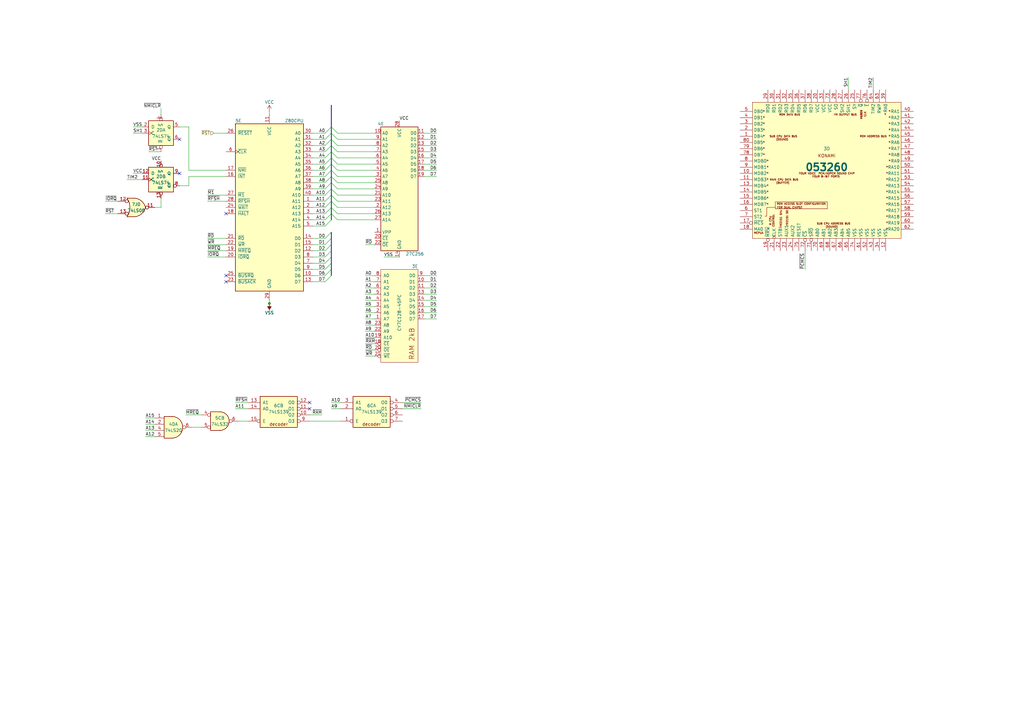
<source format=kicad_sch>
(kicad_sch (version 20231120) (generator "eeschema") (generator_version "8.0")
  (paper "A3")
  (title_block (date "2025-06-21") (company "JOTEGO"))
  (lib_symbols
    (symbol "CPU:Z80CPU" (pin_names (offset 1.016))
      (property "Reference" "U" (at -13.97 35.56 0))
      (property "Value" "Z80CPU" (at 6.35 35.56 0))
      (symbol "Z80CPU_1_1"
        (pin output line (at 17.78 2.54 180) (length 3.81) (name "A11") (number "1"))
        (pin bidirectional line (at 17.78 -27.94 180) (length 3.81) (name "D6") (number "10"))
        (pin power_in line (at 0 38.1 270) (length 3.81) (name "VCC") (number "11"))
        (pin bidirectional line (at 17.78 -17.78 180) (length 3.81) (name "D2") (number "12"))
        (pin bidirectional line (at 17.78 -30.48 180) (length 3.81) (name "D7") (number "13"))
        (pin bidirectional line (at 17.78 -12.7 180) (length 3.81) (name "D0") (number "14"))
        (pin bidirectional line (at 17.78 -15.24 180) (length 3.81) (name "D1") (number "15"))
        (pin input line (at -17.78 12.7 0) (length 3.81) (name "~{INT}") (number "16"))
        (pin input line (at -17.78 15.24 0) (length 3.81) (name "~{NMI}") (number "17"))
        (pin output line (at -17.78 -2.54 0) (length 3.81) (name "~{HALT}") (number "18"))
        (pin output line (at -17.78 -17.78 0) (length 3.81) (name "~{MREQ}") (number "19"))
        (pin output line (at 17.78 0 180) (length 3.81) (name "A12") (number "2"))
        (pin output line (at -17.78 -20.32 0) (length 3.81) (name "~{IORQ}") (number "20"))
        (pin output line (at -17.78 -12.7 0) (length 3.81) (name "~{RD}") (number "21"))
        (pin output line (at -17.78 -15.24 0) (length 3.81) (name "~{WR}") (number "22"))
        (pin output line (at -17.78 -30.48 0) (length 3.81) (name "~{BUSACK}") (number "23"))
        (pin input line (at -17.78 0 0) (length 3.81) (name "~{WAIT}") (number "24"))
        (pin input line (at -17.78 -27.94 0) (length 3.81) (name "~{BUSRQ}") (number "25"))
        (pin input line (at -17.78 30.48 0) (length 3.81) (name "~{RESET}") (number "26"))
        (pin output line (at -17.78 5.08 0) (length 3.81) (name "~{M1}") (number "27"))
        (pin output line (at -17.78 2.54 0) (length 3.81) (name "~{RFSH}") (number "28"))
        (pin power_in line (at 0 -38.1 90) (length 3.81) (name "GND") (number "29"))
        (pin output line (at 17.78 -2.54 180) (length 3.81) (name "A13") (number "3"))
        (pin output line (at 17.78 30.48 180) (length 3.81) (name "A0") (number "30"))
        (pin output line (at 17.78 27.94 180) (length 3.81) (name "A1") (number "31"))
        (pin output line (at 17.78 25.4 180) (length 3.81) (name "A2") (number "32"))
        (pin output line (at 17.78 22.86 180) (length 3.81) (name "A3") (number "33"))
        (pin output line (at 17.78 20.32 180) (length 3.81) (name "A4") (number "34"))
        (pin output line (at 17.78 17.78 180) (length 3.81) (name "A5") (number "35"))
        (pin output line (at 17.78 15.24 180) (length 3.81) (name "A6") (number "36"))
        (pin output line (at 17.78 12.7 180) (length 3.81) (name "A7") (number "37"))
        (pin output line (at 17.78 10.16 180) (length 3.81) (name "A8") (number "38"))
        (pin output line (at 17.78 7.62 180) (length 3.81) (name "A9") (number "39"))
        (pin output line (at 17.78 -5.08 180) (length 3.81) (name "A14") (number "4"))
        (pin output line (at 17.78 5.08 180) (length 3.81) (name "A10") (number "40"))
        (pin output line (at 17.78 -7.62 180) (length 3.81) (name "A15") (number "5"))
        (pin input clock (at -17.78 22.86 0) (length 3.81) (name "~{CLK}") (number "6"))
        (pin bidirectional line (at 17.78 -22.86 180) (length 3.81) (name "D4") (number "7"))
        (pin bidirectional line (at 17.78 -20.32 180) (length 3.81) (name "D3") (number "8"))
        (pin bidirectional line (at 17.78 -25.4 180) (length 3.81) (name "D5") (number "9"))
      )
    )
    (symbol "Memory_EPROM:27C256"
      (property "Reference" "U" (at -7.62 26.67 0))
      (property "Value" "27C256" (at 2.54 -26.67 0))
      (symbol "27C256_1_1"
        (pin input line (at -10.16 -17.78 0) (length 2.54) (name "VPP") (number "1"))
        (pin input line (at -10.16 22.86 0) (length 2.54) (name "A0") (number "10"))
        (pin tri_state line (at 10.16 22.86 180) (length 2.54) (name "D0") (number "11"))
        (pin tri_state line (at 10.16 20.32 180) (length 2.54) (name "D1") (number "12"))
        (pin tri_state line (at 10.16 17.78 180) (length 2.54) (name "D2") (number "13"))
        (pin power_in line (at 0 -27.94 90) (length 2.54) (name "GND") (number "14"))
        (pin tri_state line (at 10.16 15.24 180) (length 2.54) (name "D3") (number "15"))
        (pin tri_state line (at 10.16 12.7 180) (length 2.54) (name "D4") (number "16"))
        (pin tri_state line (at 10.16 10.16 180) (length 2.54) (name "D5") (number "17"))
        (pin tri_state line (at 10.16 7.62 180) (length 2.54) (name "D6") (number "18"))
        (pin tri_state line (at 10.16 5.08 180) (length 2.54) (name "D7") (number "19"))
        (pin input line (at -10.16 -7.62 0) (length 2.54) (name "A12") (number "2"))
        (pin input line (at -10.16 -20.32 0) (length 2.54) (name "~{CE}") (number "20"))
        (pin input line (at -10.16 -2.54 0) (length 2.54) (name "A10") (number "21"))
        (pin input line (at -10.16 -22.86 0) (length 2.54) (name "~{OE}") (number "22"))
        (pin input line (at -10.16 -5.08 0) (length 2.54) (name "A11") (number "23"))
        (pin input line (at -10.16 0 0) (length 2.54) (name "A9") (number "24"))
        (pin input line (at -10.16 2.54 0) (length 2.54) (name "A8") (number "25"))
        (pin input line (at -10.16 -10.16 0) (length 2.54) (name "A13") (number "26"))
        (pin input line (at -10.16 -12.7 0) (length 2.54) (name "A14") (number "27"))
        (pin power_in line (at 0 27.94 270) (length 2.54) (name "VCC") (number "28"))
        (pin input line (at -10.16 5.08 0) (length 2.54) (name "A7") (number "3"))
        (pin input line (at -10.16 7.62 0) (length 2.54) (name "A6") (number "4"))
        (pin input line (at -10.16 10.16 0) (length 2.54) (name "A5") (number "5"))
        (pin input line (at -10.16 12.7 0) (length 2.54) (name "A4") (number "6"))
        (pin input line (at -10.16 15.24 0) (length 2.54) (name "A3") (number "7"))
        (pin input line (at -10.16 17.78 0) (length 2.54) (name "A2") (number "8"))
        (pin input line (at -10.16 20.32 0) (length 2.54) (name "A1") (number "9"))
      )
    )
    (symbol "arcade:CY7C128-45PC" (pin_names (offset 1.016))
      (property "Reference" "U" (at 6.35 17.78 0))
      (property "Value" "CY7C128-45PC" (at 0 -1.27 90))
      (symbol "CY7C128-45PC_0_0"
        (text "RAM 2kB" (at 5.08 -13.97 900) (effects (font (size 2.0066 2.0066))))
      )
      (symbol "CY7C128-45PC_1_1"
        (pin input line (at -10.16 -3.81 0) (length 2.54) (name "A7") (number "1"))
        (pin bidirectional line (at 10.16 11.43 180) (length 2.54) (name "D1") (number "10"))
        (pin bidirectional line (at 10.16 8.89 180) (length 2.54) (name "D2") (number "11"))
        (pin power_in line (at 0 -21.59 90) (length 2.54) hide (name "VSS") (number "12"))
        (pin bidirectional line (at 10.16 6.35 180) (length 2.54) (name "D3") (number "13"))
        (pin bidirectional line (at 10.16 3.81 180) (length 2.54) (name "D4") (number "14"))
        (pin bidirectional line (at 10.16 1.27 180) (length 2.54) (name "D5") (number "15"))
        (pin bidirectional line (at 10.16 -1.27 180) (length 2.54) (name "D6") (number "16"))
        (pin bidirectional line (at 10.16 -3.81 180) (length 2.54) (name "D7") (number "17"))
        (pin input inverted (at -10.16 -13.97 0) (length 2.54) (name "~{CE}") (number "18"))
        (pin input line (at -10.16 -11.43 0) (length 2.54) (name "A10") (number "19"))
        (pin input line (at -10.16 -1.27 0) (length 2.54) (name "A6") (number "2"))
        (pin input inverted (at -10.16 -16.51 0) (length 2.54) (name "~{OE}") (number "20"))
        (pin input inverted (at -10.16 -19.05 0) (length 2.54) (name "~{WE}") (number "21"))
        (pin input line (at -10.16 -8.89 0) (length 2.54) (name "A9") (number "22"))
        (pin input line (at -10.16 -6.35 0) (length 2.54) (name "A8") (number "23"))
        (pin power_in line (at 0 16.51 270) (length 2.54) hide (name "VCC") (number "24"))
        (pin input line (at -10.16 1.27 0) (length 2.54) (name "A5") (number "3"))
        (pin input line (at -10.16 3.81 0) (length 2.54) (name "A4") (number "4"))
        (pin input line (at -10.16 6.35 0) (length 2.54) (name "A3") (number "5"))
        (pin input line (at -10.16 8.89 0) (length 2.54) (name "A2") (number "6"))
        (pin input line (at -10.16 11.43 0) (length 2.54) (name "A1") (number "7"))
        (pin input line (at -10.16 13.97 0) (length 2.54) (name "A0") (number "8"))
        (pin bidirectional line (at 10.16 13.97 180) (length 2.54) (name "D0") (number "9"))
      )
    )
    (symbol "jt74:74LS08" (pin_names (offset 1.016))
      (property "Reference" "U" (at 0 1.27 0))
      (property "Value" "74LS08" (at 0 -1.27 0))
      (symbol "74LS08_1_1"
        (pin input line (at -7.62 2.54 0) (length 3.81) (name "~") (number "1"))
        (pin input line (at -7.62 -2.54 0) (length 3.81) (name "~") (number "2"))
        (pin output line (at 7.62 0 180) (length 3.81) (name "~") (number "3"))
      )
      (symbol "74LS08_1_2"
        (pin input inverted (at -7.62 2.54 0) (length 4.318) (name "~") (number "1"))
        (pin input inverted (at -7.62 -2.54 0) (length 4.318) (name "~") (number "2"))
        (pin output inverted (at 7.62 0 180) (length 3.81) (name "~") (number "3"))
      )
      (symbol "74LS08_2_1"
        (pin input line (at -7.62 2.54 0) (length 3.81) (name "~") (number "4"))
        (pin input line (at -7.62 -2.54 0) (length 3.81) (name "~") (number "5"))
        (pin output line (at 7.62 0 180) (length 3.81) (name "~") (number "6"))
      )
      (symbol "74LS08_2_2"
        (pin input inverted (at -7.62 2.54 0) (length 4.318) (name "~") (number "4"))
        (pin input inverted (at -7.62 -2.54 0) (length 4.318) (name "~") (number "5"))
        (pin output inverted (at 7.62 0 180) (length 3.81) (name "~") (number "6"))
      )
      (symbol "74LS08_3_1"
        (pin input line (at -7.62 -2.54 0) (length 3.81) (name "~") (number "10"))
        (pin output line (at 7.62 0 180) (length 3.81) (name "~") (number "8"))
        (pin input line (at -7.62 2.54 0) (length 3.81) (name "~") (number "9"))
      )
      (symbol "74LS08_3_2"
        (pin input inverted (at -7.62 -2.54 0) (length 4.318) (name "~") (number "10"))
        (pin output inverted (at 7.62 0 180) (length 3.81) (name "~") (number "8"))
        (pin input inverted (at -7.62 2.54 0) (length 4.318) (name "~") (number "9"))
      )
      (symbol "74LS08_4_1"
        (pin output line (at 7.62 0 180) (length 3.81) (name "~") (number "11"))
        (pin input line (at -7.62 2.54 0) (length 3.81) (name "~") (number "12"))
        (pin input line (at -7.62 -2.54 0) (length 3.81) (name "~") (number "13"))
      )
      (symbol "74LS08_4_2"
        (pin output inverted (at 7.62 0 180) (length 3.81) (name "~") (number "11"))
        (pin input inverted (at -7.62 2.54 0) (length 4.318) (name "~") (number "12"))
        (pin input inverted (at -7.62 -2.54 0) (length 4.318) (name "~") (number "13"))
      )
      (symbol "74LS08_5_0"
        (pin power_in line (at 0 7.62 270) (length 5.08) hide (name "VCC") (number "14"))
        (pin power_in line (at 0 -7.62 90) (length 5.08) hide (name "GND") (number "7"))
      )
      (symbol "74LS08_5_1"
        (text "+" (at 0 6.35 0) (effects (font (size 1.27 1.27))))
      )
    )
    (symbol "jt74:74LS139" (pin_names (offset 1.016))
      (property "Reference" "U" (at 0 1.27 0))
      (property "Value" "74LS139" (at 0 -1.27 0))
      (symbol "74LS139_0_0"
        (text "decoder" (at 0 -6.35 0) (effects (font (size 1.27 1.27))))
      )
      (symbol "74LS139_1_0"
        (pin input inverted (at -12.7 -5.08 0) (length 5.08) (name "E") (number "1"))
        (pin input line (at -12.7 0 0) (length 5.08) (name "A0") (number "2"))
        (pin input line (at -12.7 2.54 0) (length 5.08) (name "A1") (number "3"))
        (pin output inverted (at 12.7 2.54 180) (length 5.08) (name "O0") (number "4"))
        (pin output inverted (at 12.7 0 180) (length 5.08) (name "O1") (number "5"))
        (pin output inverted (at 12.7 -2.54 180) (length 5.08) (name "O2") (number "6"))
        (pin output inverted (at 12.7 -5.08 180) (length 5.08) (name "O3") (number "7"))
      )
      (symbol "74LS139_2_0"
        (pin output inverted (at 12.7 -2.54 180) (length 5.08) (name "O2") (number "10"))
        (pin output inverted (at 12.7 0 180) (length 5.08) (name "O1") (number "11"))
        (pin output inverted (at 12.7 2.54 180) (length 5.08) (name "O0") (number "12"))
        (pin input line (at -12.7 2.54 0) (length 5.08) (name "A1") (number "13"))
        (pin input line (at -12.7 0 0) (length 5.08) (name "A0") (number "14"))
        (pin input inverted (at -12.7 -5.08 0) (length 5.08) (name "E") (number "15"))
        (pin output inverted (at 12.7 -5.08 180) (length 5.08) (name "O3") (number "9"))
      )
      (symbol "74LS139_3_0"
        (pin power_in line (at 0 7.62 270) (length 1.27) hide (name "VCC") (number "16"))
        (pin power_in line (at 0 -7.62 90) (length 1.27) hide (name "GND") (number "8"))
      )
      (symbol "74LS139_3_1"
        (text "+" (at 0 6.35 0) (effects (font (size 1.27 1.27))))
      )
    )
    (symbol "jt74:74LS20" (pin_names (offset 1.016))
      (property "Reference" "U" (at 0 1.27 0))
      (property "Value" "74LS20" (at 0 -1.27 0))
      (symbol "74LS20_1_1"
        (pin input line (at -7.62 3.81 0) (length 3.81) (name "~") (number "1"))
        (pin input line (at -7.62 1.27 0) (length 3.81) (name "~") (number "2"))
        (pin input line (at -7.62 -1.27 0) (length 3.81) (name "~") (number "4"))
        (pin input line (at -7.62 -3.81 0) (length 3.81) (name "~") (number "5"))
        (pin output inverted (at 7.62 0 180) (length 3.81) (name "~") (number "6"))
      )
      (symbol "74LS20_1_2"
        (pin input inverted (at -7.62 3.81 0) (length 3.81) (name "~") (number "1"))
        (pin input inverted (at -7.62 1.27 0) (length 4.826) (name "~") (number "2"))
        (pin input inverted (at -7.62 -1.27 0) (length 4.826) (name "~") (number "4"))
        (pin input inverted (at -7.62 -3.81 0) (length 3.81) (name "~") (number "5"))
        (pin output line (at 7.62 0 180) (length 3.81) (name "~") (number "6"))
      )
      (symbol "74LS20_2_1"
        (pin input line (at -7.62 1.27 0) (length 3.81) (name "~") (number "10"))
        (pin input line (at -7.62 -1.27 0) (length 3.81) (name "~") (number "12"))
        (pin input line (at -7.62 -3.81 0) (length 3.81) (name "~") (number "13"))
        (pin output inverted (at 7.62 0 180) (length 3.81) (name "~") (number "8"))
        (pin input line (at -7.62 3.81 0) (length 3.81) (name "~") (number "9"))
      )
      (symbol "74LS20_2_2"
        (pin input inverted (at -7.62 1.27 0) (length 4.826) (name "~") (number "10"))
        (pin input inverted (at -7.62 -1.27 0) (length 4.826) (name "~") (number "12"))
        (pin input inverted (at -7.62 -3.81 0) (length 3.81) (name "~") (number "13"))
        (pin output line (at 7.62 0 180) (length 3.81) (name "~") (number "8"))
        (pin input inverted (at -7.62 3.81 0) (length 3.81) (name "~") (number "9"))
      )
      (symbol "74LS20_3_0"
        (pin power_in line (at 0 7.62 270) (length 5.08) hide (name "VCC") (number "14"))
        (pin power_in line (at 0 -7.62 90) (length 5.08) hide (name "GND") (number "7"))
      )
      (symbol "74LS20_3_1"
        (text "+" (at 0 6.35 0) (effects (font (size 1.27 1.27))))
      )
    )
    (symbol "jt74:74LS32" (pin_names (offset 1.016))
      (property "Reference" "U" (at 0 1.27 0))
      (property "Value" "74LS32" (at 0 -1.27 0))
      (symbol "74LS32_1_1"
        (pin input line (at -7.62 2.54 0) (length 4.318) (name "~") (number "1"))
        (pin input line (at -7.62 -2.54 0) (length 4.318) (name "~") (number "2"))
        (pin output line (at 7.62 0 180) (length 3.81) (name "~") (number "3"))
      )
      (symbol "74LS32_1_2"
        (pin input inverted (at -7.62 2.54 0) (length 3.81) (name "~") (number "1"))
        (pin input inverted (at -7.62 -2.54 0) (length 3.81) (name "~") (number "2"))
        (pin output inverted (at 7.62 0 180) (length 3.81) (name "~") (number "3"))
      )
      (symbol "74LS32_2_1"
        (pin input line (at -7.62 2.54 0) (length 4.318) (name "~") (number "4"))
        (pin input line (at -7.62 -2.54 0) (length 4.318) (name "~") (number "5"))
        (pin output line (at 7.62 0 180) (length 3.81) (name "~") (number "6"))
      )
      (symbol "74LS32_2_2"
        (pin input inverted (at -7.62 2.54 0) (length 3.81) (name "~") (number "4"))
        (pin input inverted (at -7.62 -2.54 0) (length 3.81) (name "~") (number "5"))
        (pin output inverted (at 7.62 0 180) (length 3.81) (name "~") (number "6"))
      )
      (symbol "74LS32_3_1"
        (pin input line (at -7.62 -2.54 0) (length 4.318) (name "~") (number "10"))
        (pin output line (at 7.62 0 180) (length 3.81) (name "~") (number "8"))
        (pin input line (at -7.62 2.54 0) (length 4.318) (name "~") (number "9"))
      )
      (symbol "74LS32_3_2"
        (pin input inverted (at -7.62 -2.54 0) (length 3.81) (name "~") (number "10"))
        (pin output inverted (at 7.62 0 180) (length 3.81) (name "~") (number "8"))
        (pin input inverted (at -7.62 2.54 0) (length 3.81) (name "~") (number "9"))
      )
      (symbol "74LS32_4_1"
        (pin output line (at 7.62 0 180) (length 3.81) (name "~") (number "11"))
        (pin input line (at -7.62 2.54 0) (length 4.318) (name "~") (number "12"))
        (pin input line (at -7.62 -2.54 0) (length 4.318) (name "~") (number "13"))
      )
      (symbol "74LS32_4_2"
        (pin output inverted (at 7.62 0 180) (length 3.81) (name "~") (number "11"))
        (pin input inverted (at -7.62 2.54 0) (length 3.81) (name "~") (number "12"))
        (pin input inverted (at -7.62 -2.54 0) (length 3.81) (name "~") (number "13"))
      )
      (symbol "74LS32_5_0"
        (pin power_in line (at 0 7.62 270) (length 5.08) hide (name "VCC") (number "14"))
        (pin power_in line (at 0 -7.62 90) (length 5.08) hide (name "GND") (number "7"))
      )
      (symbol "74LS32_5_1"
        (text "+" (at 0 6.35 0) (effects (font (size 1.27 1.27))))
      )
    )
    (symbol "jt74:74LS74" (pin_names (offset 1.016))
      (property "Reference" "U" (at 0 1.27 0))
      (property "Value" "74LS74" (at 0 -1.27 0))
      (symbol "74LS74_0_1"
        (text "+" (at 0 6.35 0) (effects (font (size 1.27 1.27))))
      )
      (symbol "74LS74_1_0"
        (pin input inverted (at 0 -7.62 90) (length 2.54) (name "~{R}") (number "1"))
        (pin input line (at -7.62 2.54 0) (length 2.54) (name "D") (number "2"))
        (pin input clock (at -7.62 0 0) (length 2.54) (name "C") (number "3"))
        (pin input inverted (at 0 7.62 270) (length 2.54) (name "~{S}") (number "4"))
        (pin output line (at 7.62 2.54 180) (length 2.54) (name "Q") (number "5"))
        (pin output line (at 7.62 -2.54 180) (length 2.54) (name "~{Q}") (number "6"))
      )
      (symbol "74LS74_2_0"
        (pin input clock (at -7.62 0 0) (length 2.54) (name "C") (number "11"))
        (pin input line (at -7.62 2.54 0) (length 2.54) (name "D") (number "12"))
        (pin input inverted (at 0 -7.62 90) (length 2.54) (name "~{R}") (number "13"))
        (pin output inverted (at 7.62 -2.54 180) (length 2.54) (name "~{Q}") (number "8"))
        (pin output line (at 7.62 2.54 180) (length 2.54) (name "Q") (number "9"))
      )
      (symbol "74LS74_2_1"
        (pin input inverted (at 0 7.62 270) (length 2.54) (name "~{S}") (number "10"))
      )
      (symbol "74LS74_3_0"
        (pin power_in line (at 0 7.62 270) (length 2.54) hide (name "VCC") (number "14"))
        (pin power_in line (at 0 -7.62 90) (length 2.54) hide (name "GND") (number "7"))
      )
    )
    (symbol "konami:053260"
      (property "Reference" "U" (at 0.127 9.017 0))
      (property "Value" "053260" (at 0 2.413 0))
      (symbol "053260_0_0"
        (text " FOR DUAL CHIPS?" (at -15.494 -15.24 0) (effects (font (size 0.762 0.762))))
        (text "(BUFFER)" (at -18.034 -5.08 0) (effects (font (size 0.762 0.762))))
        (text "(SOUND)" (at -18.288 12.7 0) (effects (font (size 0.762 0.762))))
        (text "(SOUND)" (at 2.032 -23.114 0) (effects (font (size 0.762 0.762))))
        (text "*" (at -25.4 6.604 900) (effects (font (size 1.27 1.27))))
        (text "*" (at -25.4 9.144 900) (effects (font (size 1.27 1.27))))
        (text "*" (at -25.4 11.684 900) (effects (font (size 1.27 1.27))))
        (text "*" (at -25.4 14.224 900) (effects (font (size 1.27 1.27))))
        (text "*" (at -25.4 16.764 900) (effects (font (size 1.27 1.27))))
        (text "*" (at -25.4 19.304 900) (effects (font (size 1.27 1.27))))
        (text "*" (at -25.4 21.844 900) (effects (font (size 1.27 1.27))))
        (text "*" (at -25.4 24.384 900) (effects (font (size 1.27 1.27))))
        (text "*" (at -23.876 -13.716 900) (effects (font (size 1.27 1.27))))
        (text "*" (at -23.876 -11.176 900) (effects (font (size 1.27 1.27))))
        (text "*" (at -23.876 -8.636 900) (effects (font (size 1.27 1.27))))
        (text "*" (at -23.876 -6.096 900) (effects (font (size 1.27 1.27))))
        (text "*" (at -23.876 -3.556 900) (effects (font (size 1.27 1.27))))
        (text "*" (at -23.876 -1.016 900) (effects (font (size 1.27 1.27))))
        (text "*" (at -23.876 1.524 900) (effects (font (size 1.27 1.27))))
        (text "*" (at -23.876 4.064 900) (effects (font (size 1.27 1.27))))
        (text "*" (at 24.384 23.114 900) (effects (font (size 1.27 1.27))))
        (text "*" (at 25.146 -23.876 900) (effects (font (size 1.27 1.27))))
        (text "*" (at 25.146 -21.336 900) (effects (font (size 1.27 1.27))))
        (text "*" (at 25.146 -18.796 900) (effects (font (size 1.27 1.27))))
        (text "*" (at 25.146 -16.256 900) (effects (font (size 1.27 1.27))))
        (text "*" (at 25.146 -13.716 900) (effects (font (size 1.27 1.27))))
        (text "*" (at 25.146 -11.176 900) (effects (font (size 1.27 1.27))))
        (text "*" (at 25.146 -8.636 900) (effects (font (size 1.27 1.27))))
        (text "*" (at 25.146 -6.096 900) (effects (font (size 1.27 1.27))))
        (text "*" (at 25.146 -3.556 900) (effects (font (size 1.27 1.27))))
        (text "*" (at 25.146 -1.016 900) (effects (font (size 1.27 1.27))))
        (text "*" (at 25.146 1.524 900) (effects (font (size 1.27 1.27))))
        (text "*" (at 26.162 4.064 900) (effects (font (size 1.27 1.27))))
        (text "*" (at 26.162 6.604 900) (effects (font (size 1.27 1.27))))
        (text "*" (at 26.162 9.144 900) (effects (font (size 1.27 1.27))))
        (text "*" (at 26.162 11.684 900) (effects (font (size 1.27 1.27))))
        (text "*" (at 26.162 14.224 900) (effects (font (size 1.27 1.27))))
        (text "*" (at 26.162 16.764 900) (effects (font (size 1.27 1.27))))
        (text "*" (at 26.162 19.304 900) (effects (font (size 1.27 1.27))))
        (text "*" (at 26.162 21.844 900) (effects (font (size 1.27 1.27))))
        (text "*" (at 26.162 24.384 900) (effects (font (size 1.27 1.27))))
        (text "CLK" (at 15.748 23.114 900) (effects (font (size 0.762 0.762))))
        (text "CONTROL" (at -21.844 -20.574 900) (effects (font (size 0.762 0.762))))
        (text "FOUR 8-BIT PORTS " (at 0 -2.54 0) (effects (font (size 0.762 0.762))))
        (text "FOUR VOICE  PCM/ADPCM SOUND CHIP" (at 0 -1.27 0) (effects (font (size 0.762 0.762))))
        (text "KONAMI" (at 0 5.969 0) (effects (font (size 1.27 1.27))))
        (text "M CPU " (at -23.114 -20.32 900) (effects (font (size 0.762 0.762))))
        (text "M6809" (at 14.224 22.86 900) (effects (font (size 0.762 0.762))))
        (text "MAIN CPU DATA BUS" (at -17.526 -3.81 0) (effects (font (size 0.762 0.762))))
        (text "MCPUA" (at -27.94 -25.654 0) (effects (font (size 0.762 0.762))))
        (text "ROM ACCESS SLOT CONFIGURATION" (at -10.414 -13.716 0) (effects (font (size 0.762 0.762))))
        (text "ROM ADDRESS BUS" (at 19.05 13.97 0) (effects (font (size 0.762 0.762))))
        (text "ROM DATA BUS" (at -15.24 22.86 0) (effects (font (size 0.762 0.762))))
        (text "SUB CPU ADDRESS BUS" (at 2.794 -21.844 0) (effects (font (size 0.762 0.762))))
        (text "SUB CPU DATA BUS" (at -17.78 13.97 0) (effects (font (size 0.762 0.762))))
        (text "YM OUTPUT BUS" (at 7.62 22.86 0) (effects (font (size 0.762 0.762))))
        (text "YM2151 SHx" (at -18.796 -19.812 900) (effects (font (size 0.762 0.762))))
        (text "YM2151 SO" (at -16.256 -19.558 900) (effects (font (size 0.762 0.762))))
      )
      (symbol "053260_1_1"
        (pin bidirectional line (at -35.56 13.97 0) (length 5.08) (name "DB4") (number "1"))
        (pin bidirectional line (at -35.56 -1.27 0) (length 5.08) (name "MDB2") (number "10"))
        (pin bidirectional line (at -35.56 -3.81 0) (length 5.08) (name "MDB3") (number "11"))
        (pin power_in line (at 24.13 -33.02 90) (length 5.08) (name "VSS") (number "12"))
        (pin bidirectional line (at -35.56 -6.35 0) (length 5.08) (name "MDB4") (number "13"))
        (pin bidirectional line (at -35.56 -8.89 0) (length 5.08) (name "MDB5") (number "14"))
        (pin bidirectional line (at -35.56 -11.43 0) (length 5.08) (name "MDB6") (number "15"))
        (pin bidirectional line (at -35.56 -13.97 0) (length 5.08) (name "MDB7") (number "16"))
        (pin input inverted (at -35.56 -21.59 0) (length 5.08) (name "~{MCS}") (number "17"))
        (pin input line (at -35.56 -24.13 0) (length 5.08) (name "MA0") (number "18"))
        (pin input inverted (at -24.13 -33.02 90) (length 5.08) (name "~{MRW}") (number "19"))
        (pin bidirectional line (at -35.56 16.51 0) (length 5.08) (name "DB3") (number "2"))
        (pin power_in line (at -3.81 33.02 270) (length 5.08) (name "VCC") (number "20"))
        (pin input clock (at -21.59 -33.02 90) (length 5.08) (name "CLK") (number "21"))
        (pin input line (at -19.05 -33.02 90) (length 5.08) (name "STBI") (number "22"))
        (pin input line (at -16.51 -33.02 90) (length 5.08) (name "AUX1") (number "23"))
        (pin input line (at -13.97 -33.02 90) (length 5.08) (name "AUX2") (number "24"))
        (pin output line (at 11.43 33.02 270) (length 5.08) (name "SY") (number "25"))
        (pin output line (at 8.89 33.02 270) (length 5.08) (name "SH1") (number "26"))
        (pin output line (at 6.35 33.02 270) (length 5.08) (name "SH2") (number "27"))
        (pin output line (at 3.81 33.02 270) (length 5.08) (name "SO") (number "28"))
        (pin bidirectional line (at -24.13 33.02 270) (length 5.08) (name "RD0") (number "29"))
        (pin bidirectional line (at -35.56 19.05 0) (length 5.08) (name "DB2") (number "3"))
        (pin bidirectional line (at -21.59 33.02 270) (length 5.08) (name "RD1") (number "30"))
        (pin bidirectional line (at -19.05 33.02 270) (length 5.08) (name "RD2") (number "31"))
        (pin bidirectional line (at -16.51 33.02 270) (length 5.08) (name "RD3") (number "32"))
        (pin power_in line (at -1.27 33.02 270) (length 5.08) (name "VCC") (number "33"))
        (pin power_in line (at 21.59 -33.02 90) (length 5.08) (name "VSS") (number "34"))
        (pin bidirectional line (at -13.97 33.02 270) (length 5.08) (name "RD4") (number "35"))
        (pin bidirectional line (at -11.43 33.02 270) (length 5.08) (name "RD5") (number "36"))
        (pin bidirectional line (at -8.89 33.02 270) (length 5.08) (name "RD6") (number "37"))
        (pin bidirectional line (at -6.35 33.02 270) (length 5.08) (name "RD7") (number "38"))
        (pin output line (at 24.13 33.02 270) (length 5.08) (name "RA0") (number "39"))
        (pin bidirectional line (at -35.56 21.59 0) (length 5.08) (name "DB1") (number "4"))
        (pin output line (at 35.56 24.13 180) (length 5.08) (name "RA1") (number "40"))
        (pin output line (at 35.56 21.59 180) (length 5.08) (name "RA2") (number "41"))
        (pin output line (at 35.56 19.05 180) (length 5.08) (name "RA3") (number "42"))
        (pin power_in line (at 19.05 -33.02 90) (length 5.08) (name "VSS") (number "43"))
        (pin output line (at 35.56 16.51 180) (length 5.08) (name "RA4") (number "44"))
        (pin output line (at 35.56 13.97 180) (length 5.08) (name "RA5") (number "45"))
        (pin output line (at 35.56 11.43 180) (length 5.08) (name "RA6") (number "46"))
        (pin output line (at 35.56 8.89 180) (length 5.08) (name "RA7") (number "47"))
        (pin output line (at 35.56 6.35 180) (length 5.08) (name "RA8") (number "48"))
        (pin output line (at 35.56 3.81 180) (length 5.08) (name "RA9") (number "49"))
        (pin bidirectional line (at -35.56 24.13 0) (length 5.08) (name "DB0") (number "5"))
        (pin output line (at 35.56 1.27 180) (length 5.08) (name "RA10") (number "50"))
        (pin output line (at 35.56 -1.27 180) (length 5.08) (name "RA11") (number "51"))
        (pin power_in line (at 16.51 -33.02 90) (length 5.08) (name "VSS") (number "52"))
        (pin output line (at 35.56 -3.81 180) (length 5.08) (name "RA12") (number "53"))
        (pin output line (at 35.56 -6.35 180) (length 5.08) (name "RA13") (number "54"))
        (pin output line (at 35.56 -8.89 180) (length 5.08) (name "RA14") (number "55"))
        (pin output line (at 35.56 -11.43 180) (length 5.08) (name "RA15") (number "56"))
        (pin output line (at 35.56 -13.97 180) (length 5.08) (name "RA16") (number "57"))
        (pin output line (at 35.56 -16.51 180) (length 5.08) (name "RA17") (number "58"))
        (pin output line (at 35.56 -19.05 180) (length 5.08) (name "RA18") (number "59"))
        (pin input line (at -35.56 -16.51 0) (length 5.08) (name "ST1") (number "6"))
        (pin output line (at 35.56 -21.59 180) (length 5.08) (name "RA19") (number "60"))
        (pin power_in line (at 13.97 -33.02 90) (length 5.08) (name "VSS") (number "61"))
        (pin output line (at 35.56 -24.13 180) (length 5.08) (name "RA20") (number "62"))
        (pin output line (at 21.59 33.02 270) (length 5.08) (name "RWP") (number "63"))
        (pin output line (at 19.05 33.02 270) (length 5.08) (name "TIM2") (number "64"))
        (pin input line (at 8.89 -33.02 90) (length 5.08) (name "AB5") (number "65"))
        (pin input line (at 6.35 -33.02 90) (length 5.08) (name "AB4") (number "66"))
        (pin input line (at 3.81 -33.02 90) (length 5.08) (name "AB3") (number "67"))
        (pin input line (at 1.27 -33.02 90) (length 5.08) (name "AB2") (number "68"))
        (pin input line (at -1.27 -33.02 90) (length 5.08) (name "AB1") (number "69"))
        (pin input line (at -35.56 -19.05 0) (length 5.08) (name "ST2") (number "7"))
        (pin input line (at -3.81 -33.02 90) (length 5.08) (name "AB0") (number "70"))
        (pin input inverted (at -6.35 -33.02 90) (length 5.08) (name "S~{RD}") (number "71"))
        (pin input inverted (at -8.89 -33.02 90) (length 5.08) (name "~{CS}") (number "72"))
        (pin power_in line (at 1.27 33.02 270) (length 5.08) (name "VCC") (number "73"))
        (pin power_in line (at 11.43 -33.02 90) (length 5.08) (name "VSS") (number "74"))
        (pin input line (at -11.43 -33.02 90) (length 5.08) (name "RESET") (number "75"))
        (pin output inverted (at 16.51 33.02 270) (length 5.08) (name "~{E}") (number "76"))
        (pin output inverted (at 13.97 33.02 270) (length 5.08) (name "~{Q}") (number "77"))
        (pin bidirectional line (at -35.56 6.35 0) (length 5.08) (name "DB7") (number "78"))
        (pin bidirectional line (at -35.56 8.89 0) (length 5.08) (name "DB6") (number "79"))
        (pin bidirectional line (at -35.56 3.81 0) (length 5.08) (name "MDB0") (number "8"))
        (pin bidirectional line (at -35.56 11.43 0) (length 5.08) (name "DB5") (number "80"))
        (pin bidirectional line (at -35.56 1.27 0) (length 5.08) (name "MDB1") (number "9"))
      )
    )
    (symbol "power:VCC" (power) (pin_names (offset 0))
      (property "Value" "VCC" (at 0 3.81 0))
      (symbol "VCC_1_1"
        (pin power_in line (at 0 0 90) (length 0) hide (name "VCC") (number "1"))
      )
    )
    (symbol "power:VSS" (power) (pin_names (offset 0))
      (property "Value" "VSS" (at 0 3.81 0))
      (symbol "VSS_1_1"
        (pin power_in line (at 0 0 90) (length 0) hide (name "VSS") (number "1"))
      )
    )
  )
  (junction (at 110.49 124.46))
  (no_connect (at 92.71 113.03))
  (no_connect (at 73.66 71.12))
  (no_connect (at 127 165.1))
  (no_connect (at 92.71 87.63))
  (no_connect (at 92.71 115.57))
  (no_connect (at 73.66 57.15))
  (no_connect (at 127 167.64))
  (bus_entry (at 138.43 77.47) (size -2.54 -2.54))
  (bus_entry (at 133.35 54.61) (size 2.54 -2.54))
  (bus_entry (at 138.43 82.55) (size -2.54 -2.54))
  (bus_entry (at 133.35 67.31) (size 2.54 -2.54))
  (bus_entry (at 138.43 85.09) (size -2.54 -2.54))
  (bus_entry (at 138.43 59.69) (size -2.54 -2.54))
  (bus_entry (at 138.43 90.17) (size -2.54 -2.54))
  (bus_entry (at 138.43 69.85) (size -2.54 -2.54))
  (bus_entry (at 133.35 92.71) (size 2.54 -2.54))
  (bus_entry (at 138.43 64.77) (size -2.54 -2.54))
  (bus_entry (at 133.35 97.79) (size 2.54 -2.54))
  (bus_entry (at 138.43 72.39) (size -2.54 -2.54))
  (bus_entry (at 138.43 57.15) (size -2.54 -2.54))
  (bus_entry (at 138.43 62.23) (size -2.54 -2.54))
  (bus_entry (at 138.43 67.31) (size -2.54 -2.54))
  (bus_entry (at 133.35 113.03) (size 2.54 -2.54))
  (bus_entry (at 138.43 54.61) (size -2.54 -2.54))
  (bus_entry (at 133.35 110.49) (size 2.54 -2.54))
  (bus_entry (at 133.35 90.17) (size 2.54 -2.54))
  (bus_entry (at 138.43 80.01) (size -2.54 -2.54))
  (bus_entry (at 133.35 82.55) (size 2.54 -2.54))
  (bus_entry (at 133.35 69.85) (size 2.54 -2.54))
  (bus_entry (at 138.43 87.63) (size -2.54 -2.54))
  (bus_entry (at 133.35 105.41) (size 2.54 -2.54))
  (bus_entry (at 133.35 74.93) (size 2.54 -2.54))
  (bus_entry (at 138.43 74.93) (size -2.54 -2.54))
  (bus_entry (at 133.35 77.47) (size 2.54 -2.54))
  (bus_entry (at 133.35 102.87) (size 2.54 -2.54))
  (bus_entry (at 133.35 115.57) (size 2.54 -2.54))
  (bus_entry (at 133.35 62.23) (size 2.54 -2.54))
  (bus_entry (at 133.35 87.63) (size 2.54 -2.54))
  (bus_entry (at 133.35 64.77) (size 2.54 -2.54))
  (bus_entry (at 133.35 107.95) (size 2.54 -2.54))
  (bus_entry (at 133.35 59.69) (size 2.54 -2.54))
  (bus_entry (at 133.35 85.09) (size 2.54 -2.54))
  (bus_entry (at 133.35 100.33) (size 2.54 -2.54))
  (bus_entry (at 133.35 57.15) (size 2.54 -2.54))
  (bus_entry (at 133.35 80.01) (size 2.54 -2.54))
  (bus_entry (at 133.35 72.39) (size 2.54 -2.54))
  (wire (pts (xy 138.43 64.77) (xy 153.67 64.77)))
  (wire (pts (xy 153.67 113.03) (xy 149.86 113.03)))
  (wire (pts (xy 66.04 81.28) (xy 66.04 85.09)))
  (wire (pts (xy 153.67 130.81) (xy 149.86 130.81)))
  (wire (pts (xy 77.47 72.39) (xy 92.71 72.39)))
  (bus (pts (xy 135.89 87.63) (xy 135.89 90.17)))
  (wire (pts (xy 85.09 100.33) (xy 92.71 100.33)))
  (wire (pts (xy 138.43 87.63) (xy 153.67 87.63)))
  (bus (pts (xy 135.89 102.87) (xy 135.89 105.41)))
  (wire (pts (xy 128.27 77.47) (xy 133.35 77.47)))
  (wire (pts (xy 85.09 105.41) (xy 92.71 105.41)))
  (wire (pts (xy 77.47 69.85) (xy 92.71 69.85)))
  (wire (pts (xy 128.27 102.87) (xy 133.35 102.87)))
  (bus (pts (xy 135.89 105.41) (xy 135.89 107.95)))
  (wire (pts (xy 138.43 69.85) (xy 153.67 69.85)))
  (bus (pts (xy 135.89 62.23) (xy 135.89 64.77)))
  (wire (pts (xy 96.52 165.1) (xy 101.6 165.1)))
  (wire (pts (xy 138.43 67.31) (xy 153.67 67.31)))
  (bus (pts (xy 135.89 43.18) (xy 135.89 52.07)))
  (wire (pts (xy 173.99 69.85) (xy 179.07 69.85)))
  (wire (pts (xy 173.99 113.03) (xy 179.07 113.03)))
  (wire (pts (xy 128.27 87.63) (xy 133.35 87.63)))
  (wire (pts (xy 138.43 59.69) (xy 153.67 59.69)))
  (wire (pts (xy 138.43 85.09) (xy 153.67 85.09)))
  (wire (pts (xy 173.99 130.81) (xy 179.07 130.81)))
  (wire (pts (xy 128.27 107.95) (xy 133.35 107.95)))
  (wire (pts (xy 128.27 54.61) (xy 133.35 54.61)))
  (wire (pts (xy 66.04 44.45) (xy 66.04 46.99)))
  (wire (pts (xy 153.67 138.43) (xy 149.86 138.43)))
  (wire (pts (xy 153.67 118.11) (xy 149.86 118.11)))
  (bus (pts (xy 135.89 67.31) (xy 135.89 69.85)))
  (wire (pts (xy 128.27 115.57) (xy 133.35 115.57)))
  (wire (pts (xy 78.74 175.26) (xy 82.55 175.26)))
  (wire (pts (xy 153.67 128.27) (xy 149.86 128.27)))
  (wire (pts (xy 52.07 73.66) (xy 58.42 73.66)))
  (bus (pts (xy 135.89 110.49) (xy 135.89 113.03)))
  (wire (pts (xy 358.14 31.75) (xy 358.14 36.83)))
  (wire (pts (xy 138.43 77.47) (xy 153.67 77.47)))
  (wire (pts (xy 138.43 57.15) (xy 153.67 57.15)))
  (wire (pts (xy 73.66 52.07) (xy 77.47 52.07)))
  (wire (pts (xy 85.09 97.79) (xy 92.71 97.79)))
  (wire (pts (xy 128.27 74.93) (xy 133.35 74.93)))
  (wire (pts (xy 149.86 100.33) (xy 153.67 100.33)))
  (wire (pts (xy 153.67 125.73) (xy 149.86 125.73)))
  (wire (pts (xy 173.99 125.73) (xy 179.07 125.73)))
  (wire (pts (xy 173.99 64.77) (xy 179.07 64.77)))
  (bus (pts (xy 135.89 80.01) (xy 135.89 82.55)))
  (wire (pts (xy 173.99 118.11) (xy 179.07 118.11)))
  (wire (pts (xy 128.27 90.17) (xy 133.35 90.17)))
  (wire (pts (xy 63.5 179.07) (xy 59.69 179.07)))
  (wire (pts (xy 173.99 59.69) (xy 179.07 59.69)))
  (wire (pts (xy 127 172.72) (xy 139.7 172.72)))
  (wire (pts (xy 128.27 67.31) (xy 133.35 67.31)))
  (wire (pts (xy 138.43 82.55) (xy 153.67 82.55)))
  (wire (pts (xy 63.5 176.53) (xy 59.69 176.53)))
  (wire (pts (xy 77.47 76.2) (xy 77.47 72.39)))
  (wire (pts (xy 128.27 72.39) (xy 133.35 72.39)))
  (wire (pts (xy 138.43 54.61) (xy 153.67 54.61)))
  (wire (pts (xy 173.99 57.15) (xy 179.07 57.15)))
  (wire (pts (xy 87.63 54.61) (xy 92.71 54.61)))
  (wire (pts (xy 128.27 69.85) (xy 133.35 69.85)))
  (wire (pts (xy 128.27 105.41) (xy 133.35 105.41)))
  (wire (pts (xy 110.49 45.72) (xy 110.49 46.99)))
  (wire (pts (xy 153.67 120.65) (xy 149.86 120.65)))
  (wire (pts (xy 128.27 92.71) (xy 133.35 92.71)))
  (bus (pts (xy 135.89 85.09) (xy 135.89 87.63)))
  (bus (pts (xy 135.89 95.25) (xy 135.89 97.79)))
  (wire (pts (xy 127 170.18) (xy 132.08 170.18)))
  (wire (pts (xy 138.43 72.39) (xy 153.67 72.39)))
  (wire (pts (xy 63.5 85.09) (xy 66.04 85.09)))
  (wire (pts (xy 128.27 82.55) (xy 133.35 82.55)))
  (wire (pts (xy 157.48 105.41) (xy 163.83 105.41)))
  (wire (pts (xy 128.27 59.69) (xy 133.35 59.69)))
  (wire (pts (xy 173.99 123.19) (xy 179.07 123.19)))
  (wire (pts (xy 135.89 167.64) (xy 139.7 167.64)))
  (wire (pts (xy 153.67 140.97) (xy 149.86 140.97)))
  (wire (pts (xy 43.18 87.63) (xy 48.26 87.63)))
  (wire (pts (xy 165.1 165.1) (xy 172.72 165.1)))
  (wire (pts (xy 85.09 102.87) (xy 92.71 102.87)))
  (wire (pts (xy 138.43 74.93) (xy 153.67 74.93)))
  (wire (pts (xy 153.67 115.57) (xy 149.86 115.57)))
  (wire (pts (xy 128.27 80.01) (xy 133.35 80.01)))
  (wire (pts (xy 138.43 62.23) (xy 153.67 62.23)))
  (wire (pts (xy 173.99 54.61) (xy 179.07 54.61)))
  (wire (pts (xy 173.99 67.31) (xy 179.07 67.31)))
  (wire (pts (xy 85.09 82.55) (xy 92.71 82.55)))
  (wire (pts (xy 173.99 62.23) (xy 179.07 62.23)))
  (wire (pts (xy 128.27 97.79) (xy 133.35 97.79)))
  (bus (pts (xy 135.89 107.95) (xy 135.89 110.49)))
  (bus (pts (xy 135.89 69.85) (xy 135.89 72.39)))
  (wire (pts (xy 173.99 120.65) (xy 179.07 120.65)))
  (wire (pts (xy 138.43 90.17) (xy 153.67 90.17)))
  (bus (pts (xy 135.89 77.47) (xy 135.89 80.01)))
  (wire (pts (xy 138.43 80.01) (xy 153.67 80.01)))
  (wire (pts (xy 128.27 100.33) (xy 133.35 100.33)))
  (wire (pts (xy 43.18 82.55) (xy 48.26 82.55)))
  (wire (pts (xy 149.86 146.05) (xy 153.67 146.05)))
  (bus (pts (xy 135.89 54.61) (xy 135.89 57.15)))
  (wire (pts (xy 110.49 123.19) (xy 110.49 124.46)))
  (bus (pts (xy 135.89 64.77) (xy 135.89 67.31)))
  (wire (pts (xy 128.27 57.15) (xy 133.35 57.15)))
  (wire (pts (xy 173.99 128.27) (xy 179.07 128.27)))
  (wire (pts (xy 60.96 62.23) (xy 66.04 62.23)))
  (bus (pts (xy 135.89 97.79) (xy 135.89 100.33)))
  (wire (pts (xy 77.47 52.07) (xy 77.47 69.85)))
  (wire (pts (xy 76.2 170.18) (xy 82.55 170.18)))
  (wire (pts (xy 54.61 52.07) (xy 58.42 52.07)))
  (wire (pts (xy 153.67 123.19) (xy 149.86 123.19)))
  (wire (pts (xy 330.2 102.87) (xy 330.2 110.49)))
  (wire (pts (xy 347.98 31.75) (xy 347.98 36.83)))
  (wire (pts (xy 128.27 64.77) (xy 133.35 64.77)))
  (bus (pts (xy 135.89 52.07) (xy 135.89 54.61)))
  (wire (pts (xy 173.99 72.39) (xy 179.07 72.39)))
  (bus (pts (xy 135.89 100.33) (xy 135.89 102.87)))
  (bus (pts (xy 135.89 74.93) (xy 135.89 77.47)))
  (wire (pts (xy 96.52 167.64) (xy 101.6 167.64)))
  (wire (pts (xy 153.67 135.89) (xy 149.86 135.89)))
  (wire (pts (xy 128.27 85.09) (xy 133.35 85.09)))
  (bus (pts (xy 135.89 82.55) (xy 135.89 85.09)))
  (bus (pts (xy 135.89 57.15) (xy 135.89 59.69)))
  (wire (pts (xy 54.61 71.12) (xy 58.42 71.12)))
  (wire (pts (xy 54.61 54.61) (xy 58.42 54.61)))
  (bus (pts (xy 135.89 59.69) (xy 135.89 62.23)))
  (wire (pts (xy 128.27 62.23) (xy 133.35 62.23)))
  (wire (pts (xy 135.89 165.1) (xy 139.7 165.1)))
  (wire (pts (xy 173.99 115.57) (xy 179.07 115.57)))
  (wire (pts (xy 153.67 133.35) (xy 149.86 133.35)))
  (wire (pts (xy 97.79 172.72) (xy 101.6 172.72)))
  (wire (pts (xy 149.86 143.51) (xy 153.67 143.51)))
  (wire (pts (xy 128.27 113.03) (xy 133.35 113.03)))
  (wire (pts (xy 128.27 110.49) (xy 133.35 110.49)))
  (wire (pts (xy 85.09 80.01) (xy 92.71 80.01)))
  (wire (pts (xy 59.69 171.45) (xy 63.5 171.45)))
  (bus (pts (xy 135.89 72.39) (xy 135.89 74.93)))
  (wire (pts (xy 165.1 167.64) (xy 172.72 167.64)))
  (wire (pts (xy 59.69 173.99) (xy 63.5 173.99)))
  (wire (pts (xy 73.66 76.2) (xy 77.47 76.2)))
  (label "~{RST}" (at 60.96 62.23 0))
  (label "A3" (at 133.35 62.23 180))
  (label "D1" (at 179.07 115.57 180))
  (label "D7" (at 179.07 130.81 180))
  (label "A10" (at 133.35 80.01 180))
  (label "D4" (at 179.07 64.77 180))
  (label "A6" (at 149.86 128.27 0))
  (label "A7" (at 133.35 72.39 180))
  (label "VCC" (at 163.83 49.53 0))
  (label "~{IORQ}" (at 85.09 105.41 0))
  (label "VCC" (at 66.04 66.04 180))
  (label "~{WR}" (at 149.86 146.05 0))
  (label "D4" (at 133.35 107.95 180))
  (label "D3" (at 179.07 120.65 180))
  (label "D5" (at 179.07 125.73 180))
  (label "D1" (at 133.35 100.33 180))
  (label "~{RAM}" (at 132.08 170.18 180))
  (label "D6" (at 179.07 128.27 180))
  (label "A9" (at 149.86 135.89 0))
  (label "SH1" (at 54.61 54.61 0))
  (label "~{MREQ}" (at 85.09 102.87 0))
  (label "A11" (at 96.52 167.64 0))
  (label "D7" (at 133.35 115.57 180))
  (label "D3" (at 133.35 105.41 180))
  (label "VSS" (at 54.61 52.07 0))
  (label "~{RD}" (at 149.86 143.51 0))
  (label "A6" (at 133.35 69.85 180))
  (label "~{NMICLR}" (at 66.04 44.45 180))
  (label "D5" (at 133.35 110.49 180))
  (label "A4" (at 133.35 64.77 180))
  (label "~{RFSH}" (at 96.52 165.1 0))
  (label "A5" (at 149.86 125.73 0))
  (label "A3" (at 149.86 120.65 0))
  (label "~{RD}" (at 85.09 97.79 0))
  (label "A12" (at 59.69 179.07 0))
  (label "~{PCMCS}" (at 330.2 110.49 90))
  (label "D3" (at 179.07 62.23 180))
  (label "D1" (at 179.07 57.15 180))
  (label "D0" (at 179.07 113.03 180))
  (label "A13" (at 59.69 176.53 0))
  (label "~{MREQ}" (at 76.2 170.18 0))
  (label "SH1" (at 347.98 31.75 270))
  (label "A5" (at 133.35 67.31 180))
  (label "D6" (at 133.35 113.03 180))
  (label "~{IORQ}" (at 43.18 82.55 0))
  (label "D0" (at 133.35 97.79 180))
  (label "~{RST}" (at 43.18 87.63 0))
  (label "D2" (at 179.07 118.11 180))
  (label "A4" (at 149.86 123.19 0))
  (label "TIM2" (at 52.07 73.66 0))
  (label "D0" (at 179.07 54.61 180))
  (label "A1" (at 149.86 115.57 0))
  (label "D2" (at 179.07 59.69 180))
  (label "TIM2" (at 358.14 31.75 270))
  (label "D4" (at 179.07 123.19 180))
  (label "A14" (at 133.35 90.17 180))
  (label "~{RFSH}" (at 85.09 82.55 0))
  (label "A13" (at 133.35 87.63 180))
  (label "A8" (at 133.35 74.93 180))
  (label "A8" (at 149.86 133.35 0))
  (label "A9" (at 135.89 167.64 0))
  (label "VSS" (at 157.48 105.41 0))
  (label "D6" (at 179.07 69.85 180))
  (label "A9" (at 133.35 77.47 180))
  (label "A2" (at 133.35 59.69 180))
  (label "A0" (at 149.86 113.03 0))
  (label "A7" (at 149.86 130.81 0))
  (label "VCC" (at 54.61 71.12 0))
  (label "A12" (at 133.35 85.09 180))
  (label "A0" (at 133.35 54.61 180))
  (label "A2" (at 149.86 118.11 0))
  (label "D7" (at 179.07 72.39 180))
  (label "~{NMICLR}" (at 172.72 167.64 180))
  (label "D5" (at 179.07 67.31 180))
  (label "A10" (at 135.89 165.1 0))
  (label "D2" (at 133.35 102.87 180))
  (label "A14" (at 59.69 173.99 0))
  (label "~{RD}" (at 149.86 100.33 0))
  (label "~{PCMCS}" (at 172.72 165.1 180))
  (label "A15" (at 59.69 171.45 0))
  (label "~{WR}" (at 85.09 100.33 0))
  (label "~{M1}" (at 85.09 80.01 0))
  (label "~{RAM}" (at 149.86 140.97 0))
  (label "A1" (at 133.35 57.15 180))
  (label "A15" (at 133.35 92.71 180))
  (label "A10" (at 149.86 138.43 0))
  (label "A11" (at 133.35 82.55 180))
  (hierarchical_label "~{RST}" (shape input) (at 87.63 54.61 180))
  (symbol (lib_id "jt74:74LS20") (at 71.12 175.26 0) (unit 1)
    (property "Reference" "4D" (at 71.12 173.99 0))
    (property "Value" "74LS20" (at 71.12 176.53 0))
    (property "Datasheet" "http://www.ti.com/lit/gpn/sn74LS20" (effects (hide yes)))
    (property "Description" "Dual 4-input NAND" (effects (hide yes)))
  )
  (symbol (lib_id "jt74:74LS74") (at 66.04 54.61 0) (unit 1)
    (property "Reference" "2D" (at 66.04 53.34 0))
    (property "Value" "74LS74" (at 66.04 55.88 0))
    (property "Datasheet" "74xx/74hc_hct74.pdf" (effects (hide yes)))
    (property "Description" "Dual D Flip-flop, Set & Reset" (effects (hide yes)))
  )
  (symbol (lib_id "jt74:74LS139") (at 152.4 167.64 0) (unit 1)
    (property "Reference" "6C" (at 152.4 166.37 0))
    (property "Value" "74LS139" (at 152.4 168.91 0))
    (property "Datasheet" "https://www.ti.com/lit/ds/symlink/sn74ls139a.pdf?ts=1731778661019" (effects (hide yes)))
    (property "Description" "Dual Decoder 1 of 4, Active low outputs" (effects (hide yes)))
  )
  (symbol (lib_id "konami:053260") (at 339.09 69.85 0) (unit 1)
    (property "Reference" "3D" (at 339.09 60.96 0))
    (property "Value" "053260" (at 339.09 68.58 0) (effects (font (size 3 3) (bold yes))))
    (property "Datasheet" "https://github.com/furrtek/VGChips/tree/master/Konami" (effects (hide yes)))
  )
  (symbol (lib_id "power:VCC") (at 110.49 45.72 0) (unit 1)
    (property "Reference" "#PWR1" (effects (hide yes)))
    (property "Value" "VCC" (at 110.49 41.91 0))
  )
  (symbol (lib_id "jt74:74LS74") (at 66.04 73.66 0) (unit 2)
    (property "Reference" "2D" (at 66.04 72.39 0))
    (property "Value" "74LS74" (at 66.04 74.93 0))
    (property "Datasheet" "74xx/74hc_hct74.pdf" (effects (hide yes)))
    (property "Description" "Dual D Flip-flop, Set & Reset" (effects (hide yes)))
  )
  (symbol (lib_id "CPU:Z80CPU") (at 110.49 85.09 0) (unit 1)
    (property "Reference" "5E" (at 96.52 49.53 0) (effects (justify left)))
    (property "Value" "Z80CPU" (at 116.84 49.53 0) (effects (justify left)))
    (property "Datasheet" "www.zilog.com/manage_directlink.php?filepath=docs/z80/um0080" (effects (hide yes)))
  )
  (symbol (lib_id "power:VSS") (at 110.49 124.46 180) (unit 1)
    (property "Reference" "#PWR2" (effects (hide yes)))
    (property "Value" "VSS" (effects (hide yes)))
  )
  (symbol (lib_id "jt74:74LS139") (at 114.3 167.64 0) (unit 2)
    (property "Reference" "6C" (at 114.3 166.37 0))
    (property "Value" "74LS139" (at 114.3 168.91 0))
    (property "Datasheet" "https://www.ti.com/lit/ds/symlink/sn74ls139a.pdf?ts=1731778661019" (effects (hide yes)))
    (property "Description" "Dual Decoder 1 of 4, Active low outputs" (effects (hide yes)))
  )
  (symbol (lib_id "jt74:74LS08") (at 55.88 85.09 0) (unit 4) (convert 2)
    (property "Reference" "7J" (at 55.88 83.82 0))
    (property "Value" "74LS08" (at 55.88 86.36 0))
    (property "Datasheet" "http://www.ti.com/lit/gpn/sn74LS08" (effects (hide yes)))
    (property "Description" "Quad And2" (effects (hide yes)))
  )
  (symbol (lib_id "arcade:CY7C128-45PC") (at 163.83 127 0) (unit 1)
    (property "Reference" "3E" (at 170.18 109.22 0))
    (property "Value" "CY7C128-45PC" (at 163.83 128.27 90))
  )
  (symbol (lib_id "power:VSS") (at 110.49 124.46 180) (unit 1)
    (property "Reference" "#PWR3" (effects (hide yes)))
    (property "Value" "VSS" (at 110.49 128.27 0))
  )
  (symbol (lib_id "jt74:74LS32") (at 90.17 172.72 0) (unit 2) (convert 2)
    (property "Reference" "5C" (at 90.17 171.45 0))
    (property "Value" "74LS32" (at 90.17 173.99 0))
    (property "Datasheet" "http://www.ti.com/lit/gpn/sn74LS32" (effects (hide yes)))
    (property "Description" "Quad 2-input OR" (effects (hide yes)))
  )
  (symbol (lib_id "Memory_EPROM:27C256") (at 163.83 77.47 0) (unit 1)
    (property "Reference" "4E" (at 156.21 50.8 0))
    (property "Value" "27C256" (at 166.37 104.14 0) (effects (justify left)))
    (property "Footprint" "Package_DIP:DIP-28_W15.24mm" (effects (hide yes)))
    (property "Datasheet" "http://ww1.microchip.com/downloads/en/DeviceDoc/doc0014.pdf" (effects (hide yes)))
    (property "Description" "OTP EPROM 256 KiBit" (effects (hide yes)))
  )
)
</source>
